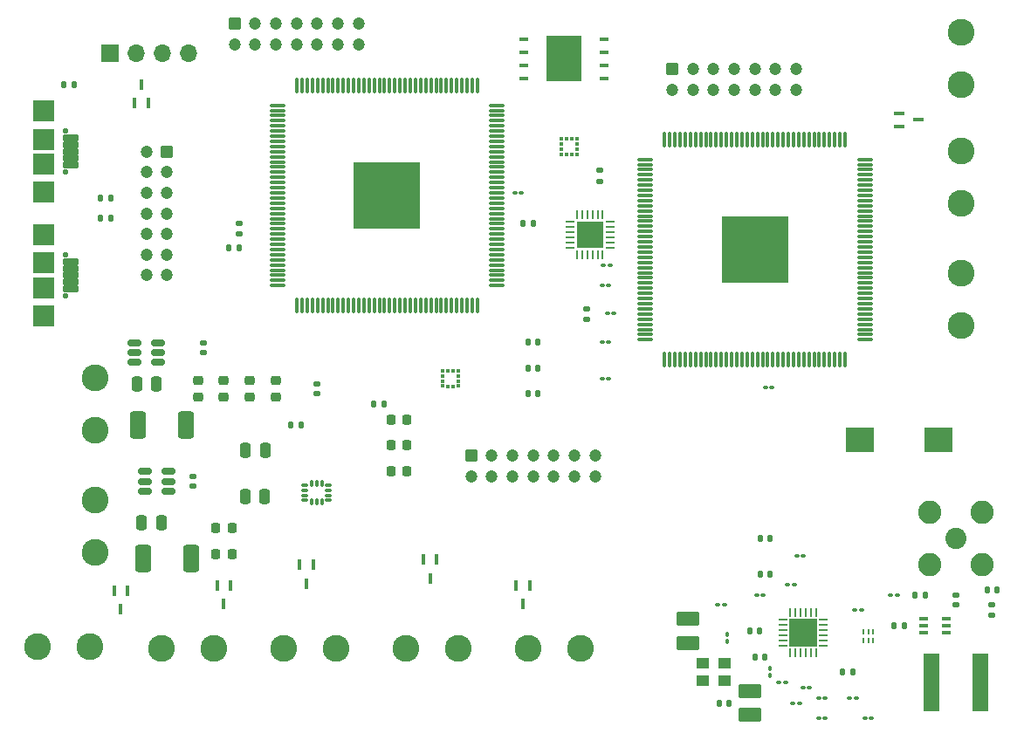
<source format=gbr>
%TF.GenerationSoftware,KiCad,Pcbnew,8.0.4*%
%TF.CreationDate,2025-02-19T16:48:10+05:30*%
%TF.ProjectId,test1,74657374-312e-46b6-9963-61645f706362,rev?*%
%TF.SameCoordinates,Original*%
%TF.FileFunction,Soldermask,Top*%
%TF.FilePolarity,Negative*%
%FSLAX46Y46*%
G04 Gerber Fmt 4.6, Leading zero omitted, Abs format (unit mm)*
G04 Created by KiCad (PCBNEW 8.0.4) date 2025-02-19 16:48:10*
%MOMM*%
%LPD*%
G01*
G04 APERTURE LIST*
G04 Aperture macros list*
%AMRoundRect*
0 Rectangle with rounded corners*
0 $1 Rounding radius*
0 $2 $3 $4 $5 $6 $7 $8 $9 X,Y pos of 4 corners*
0 Add a 4 corners polygon primitive as box body*
4,1,4,$2,$3,$4,$5,$6,$7,$8,$9,$2,$3,0*
0 Add four circle primitives for the rounded corners*
1,1,$1+$1,$2,$3*
1,1,$1+$1,$4,$5*
1,1,$1+$1,$6,$7*
1,1,$1+$1,$8,$9*
0 Add four rect primitives between the rounded corners*
20,1,$1+$1,$2,$3,$4,$5,0*
20,1,$1+$1,$4,$5,$6,$7,0*
20,1,$1+$1,$6,$7,$8,$9,0*
20,1,$1+$1,$8,$9,$2,$3,0*%
G04 Aperture macros list end*
%ADD10RoundRect,0.100000X-0.130000X-0.100000X0.130000X-0.100000X0.130000X0.100000X-0.130000X0.100000X0*%
%ADD11RoundRect,0.140000X0.140000X0.170000X-0.140000X0.170000X-0.140000X-0.170000X0.140000X-0.170000X0*%
%ADD12RoundRect,0.225000X-0.225000X-0.250000X0.225000X-0.250000X0.225000X0.250000X-0.225000X0.250000X0*%
%ADD13RoundRect,0.250000X-0.350000X-0.350000X0.350000X-0.350000X0.350000X0.350000X-0.350000X0.350000X0*%
%ADD14C,1.200000*%
%ADD15RoundRect,0.062500X-0.350000X-0.062500X0.350000X-0.062500X0.350000X0.062500X-0.350000X0.062500X0*%
%ADD16RoundRect,0.062500X-0.062500X-0.350000X0.062500X-0.350000X0.062500X0.350000X-0.062500X0.350000X0*%
%ADD17R,2.600000X2.600000*%
%ADD18RoundRect,0.140000X-0.170000X0.140000X-0.170000X-0.140000X0.170000X-0.140000X0.170000X0.140000X0*%
%ADD19RoundRect,0.135000X-0.185000X0.135000X-0.185000X-0.135000X0.185000X-0.135000X0.185000X0.135000X0*%
%ADD20R,2.700000X2.700000*%
%ADD21RoundRect,0.140000X-0.140000X-0.170000X0.140000X-0.170000X0.140000X0.170000X-0.140000X0.170000X0*%
%ADD22RoundRect,0.135000X-0.135000X-0.185000X0.135000X-0.185000X0.135000X0.185000X-0.135000X0.185000X0*%
%ADD23C,2.604000*%
%ADD24RoundRect,0.225000X0.250000X-0.225000X0.250000X0.225000X-0.250000X0.225000X-0.250000X-0.225000X0*%
%ADD25C,2.050000*%
%ADD26C,2.250000*%
%ADD27RoundRect,0.249999X-0.512501X-1.075001X0.512501X-1.075001X0.512501X1.075001X-0.512501X1.075001X0*%
%ADD28RoundRect,0.100000X-0.100000X0.130000X-0.100000X-0.130000X0.100000X-0.130000X0.100000X0.130000X0*%
%ADD29RoundRect,0.075000X-0.662500X-0.075000X0.662500X-0.075000X0.662500X0.075000X-0.662500X0.075000X0*%
%ADD30RoundRect,0.075000X-0.075000X-0.662500X0.075000X-0.662500X0.075000X0.662500X-0.075000X0.662500X0*%
%ADD31R,6.500000X6.500000*%
%ADD32RoundRect,0.135000X0.135000X0.185000X-0.135000X0.185000X-0.135000X-0.185000X0.135000X-0.185000X0*%
%ADD33RoundRect,0.087500X-0.225000X-0.087500X0.225000X-0.087500X0.225000X0.087500X-0.225000X0.087500X0*%
%ADD34RoundRect,0.087500X-0.087500X-0.225000X0.087500X-0.225000X0.087500X0.225000X-0.087500X0.225000X0*%
%ADD35R,0.914400X0.431800*%
%ADD36R,3.505200X4.394200*%
%ADD37R,0.457200X1.117600*%
%ADD38RoundRect,0.250001X-0.849999X0.462499X-0.849999X-0.462499X0.849999X-0.462499X0.849999X0.462499X0*%
%ADD39RoundRect,0.250000X-0.250000X-0.475000X0.250000X-0.475000X0.250000X0.475000X-0.250000X0.475000X0*%
%ADD40RoundRect,0.100000X0.130000X0.100000X-0.130000X0.100000X-0.130000X-0.100000X0.130000X-0.100000X0*%
%ADD41R,1.600200X5.689600*%
%ADD42R,1.700000X1.700000*%
%ADD43O,1.700000X1.700000*%
%ADD44RoundRect,0.250000X0.250000X0.475000X-0.250000X0.475000X-0.250000X-0.475000X0.250000X-0.475000X0*%
%ADD45RoundRect,0.150000X-0.512500X-0.150000X0.512500X-0.150000X0.512500X0.150000X-0.512500X0.150000X0*%
%ADD46R,1.117600X0.457200*%
%ADD47C,0.550000*%
%ADD48RoundRect,0.102000X-0.675000X0.200000X-0.675000X-0.200000X0.675000X-0.200000X0.675000X0.200000X0*%
%ADD49RoundRect,0.102000X-0.950000X0.950000X-0.950000X-0.950000X0.950000X-0.950000X0.950000X0.950000X0*%
%ADD50R,2.743200X2.387600*%
%ADD51RoundRect,0.140000X0.170000X-0.140000X0.170000X0.140000X-0.170000X0.140000X-0.170000X-0.140000X0*%
%ADD52R,0.375000X0.350000*%
%ADD53R,0.350000X0.375000*%
%ADD54R,1.300000X1.100000*%
%ADD55RoundRect,0.250000X-0.350000X0.350000X-0.350000X-0.350000X0.350000X-0.350000X0.350000X0.350000X0*%
%ADD56RoundRect,0.062500X0.062500X-0.162500X0.062500X0.162500X-0.062500X0.162500X-0.062500X-0.162500X0*%
%ADD57RoundRect,0.062500X-0.062500X0.162500X-0.062500X-0.162500X0.062500X-0.162500X0.062500X0.162500X0*%
%ADD58R,0.838200X0.355600*%
G04 APERTURE END LIST*
D10*
%TO.C,C32*%
X58179160Y41525000D03*
X58819160Y41525000D03*
%TD*%
%TO.C,C19*%
X83154160Y2250000D03*
X83794160Y2250000D03*
%TD*%
D11*
%TO.C,C12*%
X73934160Y19750000D03*
X72974160Y19750000D03*
%TD*%
D12*
%TO.C,C46*%
X37199160Y26230000D03*
X38749160Y26230000D03*
%TD*%
D13*
%TO.C,J18*%
X22024160Y69675000D03*
D14*
X22024160Y67675000D03*
X24024160Y69675000D03*
X24024160Y67675000D03*
X26024160Y69675000D03*
X26024160Y67675000D03*
X28024160Y69675000D03*
X28024160Y67675000D03*
X30024160Y69675000D03*
X30024160Y67675000D03*
X32024160Y69675000D03*
X32024160Y67675000D03*
X34024160Y69675000D03*
X34024160Y67675000D03*
%TD*%
D15*
%TO.C,U16*%
X54536660Y50450000D03*
X54536660Y49950000D03*
X54536660Y49450000D03*
X54536660Y48950000D03*
X54536660Y48450000D03*
X54536660Y47950000D03*
D16*
X55224160Y47262500D03*
X55724160Y47262500D03*
X56224160Y47262500D03*
X56724160Y47262500D03*
X57224160Y47262500D03*
X57724160Y47262500D03*
D15*
X58411660Y47950000D03*
X58411660Y48450000D03*
X58411660Y48950000D03*
X58411660Y49450000D03*
X58411660Y49950000D03*
X58411660Y50450000D03*
D16*
X57724160Y51137500D03*
X57224160Y51137500D03*
X56724160Y51137500D03*
X56224160Y51137500D03*
X55724160Y51137500D03*
X55224160Y51137500D03*
D17*
X56474160Y49200000D03*
%TD*%
D18*
%TO.C,C6*%
X18974160Y38730000D03*
X18974160Y37770000D03*
%TD*%
D19*
%TO.C,R5*%
X22474160Y50270000D03*
X22474160Y49250000D03*
%TD*%
D15*
%TO.C,U6*%
X75186660Y11825000D03*
X75186660Y11325000D03*
X75186660Y10825000D03*
X75186660Y10325000D03*
X75186660Y9825000D03*
X75186660Y9325000D03*
D16*
X75899160Y8612500D03*
X76399160Y8612500D03*
X76899160Y8612500D03*
X77399160Y8612500D03*
X77899160Y8612500D03*
X78399160Y8612500D03*
D15*
X79111660Y9325000D03*
X79111660Y9825000D03*
X79111660Y10325000D03*
X79111660Y10825000D03*
X79111660Y11325000D03*
X79111660Y11825000D03*
D16*
X78399160Y12537500D03*
X77899160Y12537500D03*
X77399160Y12537500D03*
X76899160Y12537500D03*
X76399160Y12537500D03*
X75899160Y12537500D03*
D20*
X77149160Y10575000D03*
%TD*%
D21*
%TO.C,C43*%
X50494160Y38750000D03*
X51454160Y38750000D03*
%TD*%
D22*
%TO.C,R4*%
X87964160Y14250000D03*
X88984160Y14250000D03*
%TD*%
D10*
%TO.C,C36*%
X49199160Y53250000D03*
X49839160Y53250000D03*
%TD*%
D23*
%TO.C,J17*%
X92474160Y52210000D03*
X92474160Y57290000D03*
%TD*%
D24*
%TO.C,C39*%
X23484160Y33475000D03*
X23484160Y35025000D03*
%TD*%
D25*
%TO.C,J1*%
X91974160Y19750000D03*
D26*
X89434160Y22290000D03*
X89434160Y17210000D03*
X94514160Y22290000D03*
X94514160Y17210000D03*
%TD*%
D23*
%TO.C,J10*%
X8474160Y35330000D03*
X8474160Y30250000D03*
%TD*%
D27*
%TO.C,L6*%
X13136660Y17750000D03*
X17811660Y17750000D03*
%TD*%
D23*
%TO.C,J3*%
X14909160Y9085000D03*
X19989160Y9085000D03*
%TD*%
D10*
%TO.C,C22*%
X85654160Y14250000D03*
X86294160Y14250000D03*
%TD*%
D21*
%TO.C,C2*%
X72514160Y8250000D03*
X73474160Y8250000D03*
%TD*%
D23*
%TO.C,J7*%
X50489160Y9085000D03*
X55569160Y9085000D03*
%TD*%
D12*
%TO.C,C42*%
X20199160Y18240000D03*
X21749160Y18240000D03*
%TD*%
D28*
%TO.C,C26*%
X69774160Y10370000D03*
X69774160Y9730000D03*
%TD*%
D22*
%TO.C,R7*%
X8964160Y50760000D03*
X9984160Y50760000D03*
%TD*%
D10*
%TO.C,C23*%
X75654160Y15250000D03*
X76294160Y15250000D03*
%TD*%
D29*
%TO.C,U1*%
X61811660Y56500000D03*
X61811660Y56000000D03*
X61811660Y55500000D03*
X61811660Y55000000D03*
X61811660Y54500000D03*
X61811660Y54000000D03*
X61811660Y53500000D03*
X61811660Y53000000D03*
X61811660Y52500000D03*
X61811660Y52000000D03*
X61811660Y51500000D03*
X61811660Y51000000D03*
X61811660Y50500000D03*
X61811660Y50000000D03*
X61811660Y49500000D03*
X61811660Y49000000D03*
X61811660Y48500000D03*
X61811660Y48000000D03*
X61811660Y47500000D03*
X61811660Y47000000D03*
X61811660Y46500000D03*
X61811660Y46000000D03*
X61811660Y45500000D03*
X61811660Y45000000D03*
X61811660Y44500000D03*
X61811660Y44000000D03*
X61811660Y43500000D03*
X61811660Y43000000D03*
X61811660Y42500000D03*
X61811660Y42000000D03*
X61811660Y41500000D03*
X61811660Y41000000D03*
X61811660Y40500000D03*
X61811660Y40000000D03*
X61811660Y39500000D03*
X61811660Y39000000D03*
D30*
X63724160Y37087500D03*
X64224160Y37087500D03*
X64724160Y37087500D03*
X65224160Y37087500D03*
X65724160Y37087500D03*
X66224160Y37087500D03*
X66724160Y37087500D03*
X67224160Y37087500D03*
X67724160Y37087500D03*
X68224160Y37087500D03*
X68724160Y37087500D03*
X69224160Y37087500D03*
X69724160Y37087500D03*
X70224160Y37087500D03*
X70724160Y37087500D03*
X71224160Y37087500D03*
X71724160Y37087500D03*
X72224160Y37087500D03*
X72724160Y37087500D03*
X73224160Y37087500D03*
X73724160Y37087500D03*
X74224160Y37087500D03*
X74724160Y37087500D03*
X75224160Y37087500D03*
X75724160Y37087500D03*
X76224160Y37087500D03*
X76724160Y37087500D03*
X77224160Y37087500D03*
X77724160Y37087500D03*
X78224160Y37087500D03*
X78724160Y37087500D03*
X79224160Y37087500D03*
X79724160Y37087500D03*
X80224160Y37087500D03*
X80724160Y37087500D03*
X81224160Y37087500D03*
D29*
X83136660Y39000000D03*
X83136660Y39500000D03*
X83136660Y40000000D03*
X83136660Y40500000D03*
X83136660Y41000000D03*
X83136660Y41500000D03*
X83136660Y42000000D03*
X83136660Y42500000D03*
X83136660Y43000000D03*
X83136660Y43500000D03*
X83136660Y44000000D03*
X83136660Y44500000D03*
X83136660Y45000000D03*
X83136660Y45500000D03*
X83136660Y46000000D03*
X83136660Y46500000D03*
X83136660Y47000000D03*
X83136660Y47500000D03*
X83136660Y48000000D03*
X83136660Y48500000D03*
X83136660Y49000000D03*
X83136660Y49500000D03*
X83136660Y50000000D03*
X83136660Y50500000D03*
X83136660Y51000000D03*
X83136660Y51500000D03*
X83136660Y52000000D03*
X83136660Y52500000D03*
X83136660Y53000000D03*
X83136660Y53500000D03*
X83136660Y54000000D03*
X83136660Y54500000D03*
X83136660Y55000000D03*
X83136660Y55500000D03*
X83136660Y56000000D03*
X83136660Y56500000D03*
D30*
X81224160Y58412500D03*
X80724160Y58412500D03*
X80224160Y58412500D03*
X79724160Y58412500D03*
X79224160Y58412500D03*
X78724160Y58412500D03*
X78224160Y58412500D03*
X77724160Y58412500D03*
X77224160Y58412500D03*
X76724160Y58412500D03*
X76224160Y58412500D03*
X75724160Y58412500D03*
X75224160Y58412500D03*
X74724160Y58412500D03*
X74224160Y58412500D03*
X73724160Y58412500D03*
X73224160Y58412500D03*
X72724160Y58412500D03*
X72224160Y58412500D03*
X71724160Y58412500D03*
X71224160Y58412500D03*
X70724160Y58412500D03*
X70224160Y58412500D03*
X69724160Y58412500D03*
X69224160Y58412500D03*
X68724160Y58412500D03*
X68224160Y58412500D03*
X67724160Y58412500D03*
X67224160Y58412500D03*
X66724160Y58412500D03*
X66224160Y58412500D03*
X65724160Y58412500D03*
X65224160Y58412500D03*
X64724160Y58412500D03*
X64224160Y58412500D03*
X63724160Y58412500D03*
D31*
X72474160Y47750000D03*
%TD*%
D11*
%TO.C,C8*%
X28454160Y30750000D03*
X27494160Y30750000D03*
%TD*%
D32*
%TO.C,R1*%
X36484160Y32750000D03*
X35464160Y32750000D03*
%TD*%
D33*
%TO.C,U2*%
X28811660Y24912500D03*
X28811660Y24412500D03*
X28811660Y23912500D03*
X28811660Y23412500D03*
D34*
X29474160Y23250000D03*
X29974160Y23250000D03*
X30474160Y23250000D03*
D33*
X31136660Y23412500D03*
X31136660Y23912500D03*
X31136660Y24412500D03*
X31136660Y24912500D03*
D34*
X30474160Y25075000D03*
X29974160Y25075000D03*
X29474160Y25075000D03*
%TD*%
D35*
%TO.C,U7*%
X57873060Y64345000D03*
X57873060Y65615000D03*
X57873060Y66885000D03*
X57873060Y68155000D03*
X50075260Y68155000D03*
X50075260Y66885000D03*
X50075260Y65615000D03*
X50075260Y64345000D03*
D36*
X53974160Y66250000D03*
%TD*%
D19*
%TO.C,R9*%
X56174160Y41960000D03*
X56174160Y40940000D03*
%TD*%
D37*
%TO.C,U11*%
X11624159Y14651700D03*
X10324161Y14651700D03*
X10974160Y12848300D03*
%TD*%
D24*
%TO.C,C4*%
X18464160Y33475000D03*
X18464160Y35025000D03*
%TD*%
D10*
%TO.C,C24*%
X76534160Y18050000D03*
X77174160Y18050000D03*
%TD*%
D38*
%TO.C,L5*%
X71974160Y4912500D03*
X71974160Y2587500D03*
%TD*%
D23*
%TO.C,J6*%
X38629160Y9085000D03*
X43709160Y9085000D03*
%TD*%
D39*
%TO.C,C5*%
X23074160Y28250000D03*
X24974160Y28250000D03*
%TD*%
D29*
%TO.C,U4*%
X26149160Y61750000D03*
X26149160Y61250000D03*
X26149160Y60750000D03*
X26149160Y60250000D03*
X26149160Y59750000D03*
X26149160Y59250000D03*
X26149160Y58750000D03*
X26149160Y58250000D03*
X26149160Y57750000D03*
X26149160Y57250000D03*
X26149160Y56750000D03*
X26149160Y56250000D03*
X26149160Y55750000D03*
X26149160Y55250000D03*
X26149160Y54750000D03*
X26149160Y54250000D03*
X26149160Y53750000D03*
X26149160Y53250000D03*
X26149160Y52750000D03*
X26149160Y52250000D03*
X26149160Y51750000D03*
X26149160Y51250000D03*
X26149160Y50750000D03*
X26149160Y50250000D03*
X26149160Y49750000D03*
X26149160Y49250000D03*
X26149160Y48750000D03*
X26149160Y48250000D03*
X26149160Y47750000D03*
X26149160Y47250000D03*
X26149160Y46750000D03*
X26149160Y46250000D03*
X26149160Y45750000D03*
X26149160Y45250000D03*
X26149160Y44750000D03*
X26149160Y44250000D03*
D30*
X28061660Y42337500D03*
X28561660Y42337500D03*
X29061660Y42337500D03*
X29561660Y42337500D03*
X30061660Y42337500D03*
X30561660Y42337500D03*
X31061660Y42337500D03*
X31561660Y42337500D03*
X32061660Y42337500D03*
X32561660Y42337500D03*
X33061660Y42337500D03*
X33561660Y42337500D03*
X34061660Y42337500D03*
X34561660Y42337500D03*
X35061660Y42337500D03*
X35561660Y42337500D03*
X36061660Y42337500D03*
X36561660Y42337500D03*
X37061660Y42337500D03*
X37561660Y42337500D03*
X38061660Y42337500D03*
X38561660Y42337500D03*
X39061660Y42337500D03*
X39561660Y42337500D03*
X40061660Y42337500D03*
X40561660Y42337500D03*
X41061660Y42337500D03*
X41561660Y42337500D03*
X42061660Y42337500D03*
X42561660Y42337500D03*
X43061660Y42337500D03*
X43561660Y42337500D03*
X44061660Y42337500D03*
X44561660Y42337500D03*
X45061660Y42337500D03*
X45561660Y42337500D03*
D29*
X47474160Y44250000D03*
X47474160Y44750000D03*
X47474160Y45250000D03*
X47474160Y45750000D03*
X47474160Y46250000D03*
X47474160Y46750000D03*
X47474160Y47250000D03*
X47474160Y47750000D03*
X47474160Y48250000D03*
X47474160Y48750000D03*
X47474160Y49250000D03*
X47474160Y49750000D03*
X47474160Y50250000D03*
X47474160Y50750000D03*
X47474160Y51250000D03*
X47474160Y51750000D03*
X47474160Y52250000D03*
X47474160Y52750000D03*
X47474160Y53250000D03*
X47474160Y53750000D03*
X47474160Y54250000D03*
X47474160Y54750000D03*
X47474160Y55250000D03*
X47474160Y55750000D03*
X47474160Y56250000D03*
X47474160Y56750000D03*
X47474160Y57250000D03*
X47474160Y57750000D03*
X47474160Y58250000D03*
X47474160Y58750000D03*
X47474160Y59250000D03*
X47474160Y59750000D03*
X47474160Y60250000D03*
X47474160Y60750000D03*
X47474160Y61250000D03*
X47474160Y61750000D03*
D30*
X45561660Y63662500D03*
X45061660Y63662500D03*
X44561660Y63662500D03*
X44061660Y63662500D03*
X43561660Y63662500D03*
X43061660Y63662500D03*
X42561660Y63662500D03*
X42061660Y63662500D03*
X41561660Y63662500D03*
X41061660Y63662500D03*
X40561660Y63662500D03*
X40061660Y63662500D03*
X39561660Y63662500D03*
X39061660Y63662500D03*
X38561660Y63662500D03*
X38061660Y63662500D03*
X37561660Y63662500D03*
X37061660Y63662500D03*
X36561660Y63662500D03*
X36061660Y63662500D03*
X35561660Y63662500D03*
X35061660Y63662500D03*
X34561660Y63662500D03*
X34061660Y63662500D03*
X33561660Y63662500D03*
X33061660Y63662500D03*
X32561660Y63662500D03*
X32061660Y63662500D03*
X31561660Y63662500D03*
X31061660Y63662500D03*
X30561660Y63662500D03*
X30061660Y63662500D03*
X29561660Y63662500D03*
X29061660Y63662500D03*
X28561660Y63662500D03*
X28061660Y63662500D03*
D31*
X36811660Y53000000D03*
%TD*%
D23*
%TO.C,J11*%
X8474160Y23470000D03*
X8474160Y18390000D03*
%TD*%
%TO.C,J4*%
X2934160Y9250000D03*
X8014160Y9250000D03*
%TD*%
D40*
%TO.C,C13*%
X73294160Y14250000D03*
X72654160Y14250000D03*
%TD*%
D22*
%TO.C,R2*%
X49964160Y50250000D03*
X50984160Y50250000D03*
%TD*%
D41*
%TO.C,L2*%
X89624660Y5750000D03*
X94323660Y5750000D03*
%TD*%
D42*
%TO.C,J9*%
X9956345Y66803655D03*
D43*
X12496345Y66803655D03*
X15036345Y66803655D03*
X17576345Y66803655D03*
%TD*%
D21*
%TO.C,C30*%
X80994160Y6750000D03*
X81954160Y6750000D03*
%TD*%
D10*
%TO.C,C49*%
X77154160Y5250000D03*
X77794160Y5250000D03*
%TD*%
D44*
%TO.C,C28*%
X24924160Y23750000D03*
X23024160Y23750000D03*
%TD*%
D23*
%TO.C,J8*%
X92474160Y63710000D03*
X92474160Y68790000D03*
%TD*%
D37*
%TO.C,U13*%
X41624159Y17651700D03*
X40324161Y17651700D03*
X40974160Y15848300D03*
%TD*%
D11*
%TO.C,C11*%
X95954160Y14750000D03*
X94994160Y14750000D03*
%TD*%
D21*
%TO.C,C25*%
X71994160Y10750000D03*
X72954160Y10750000D03*
%TD*%
D10*
%TO.C,C34*%
X57654160Y35250000D03*
X58294160Y35250000D03*
%TD*%
D24*
%TO.C,C40*%
X25994160Y33475000D03*
X25994160Y35025000D03*
%TD*%
D12*
%TO.C,C45*%
X37199160Y28740000D03*
X38749160Y28740000D03*
%TD*%
D45*
%TO.C,U18*%
X13336660Y26200000D03*
X13336660Y25250000D03*
X13336660Y24300000D03*
X15611660Y24300000D03*
X15611660Y25250000D03*
X15611660Y26200000D03*
%TD*%
D10*
%TO.C,C15*%
X73499160Y34340000D03*
X74139160Y34340000D03*
%TD*%
D46*
%TO.C,U15*%
X86505760Y60984999D03*
X86505760Y59685001D03*
X88309160Y60335000D03*
%TD*%
D19*
%TO.C,R3*%
X95474160Y13260000D03*
X95474160Y12240000D03*
%TD*%
D47*
%TO.C,J12*%
X5624160Y59250000D03*
X5624160Y55250000D03*
D48*
X6149160Y58550000D03*
X6149160Y57900000D03*
X6149160Y57250000D03*
X6149160Y56600000D03*
X6149160Y55950000D03*
D49*
X3474160Y61200000D03*
X3474160Y58450000D03*
X3474160Y56050000D03*
X3474160Y53300000D03*
%TD*%
D22*
%TO.C,R10*%
X5464160Y63750000D03*
X6484160Y63750000D03*
%TD*%
D50*
%TO.C,L3*%
X90302560Y29250000D03*
X82645760Y29250000D03*
%TD*%
D12*
%TO.C,C41*%
X20199160Y20750000D03*
X21749160Y20750000D03*
%TD*%
D22*
%TO.C,R11*%
X21439160Y47950000D03*
X22459160Y47950000D03*
%TD*%
D38*
%TO.C,L4*%
X65974160Y11912500D03*
X65974160Y9587500D03*
%TD*%
D21*
%TO.C,C1*%
X69954160Y3750000D03*
X68994160Y3750000D03*
%TD*%
D37*
%TO.C,U14*%
X50624159Y15151700D03*
X49324161Y15151700D03*
X49974160Y13348300D03*
%TD*%
D11*
%TO.C,C10*%
X86954160Y11250000D03*
X85994160Y11250000D03*
%TD*%
%TO.C,C14*%
X73934160Y16250000D03*
X72974160Y16250000D03*
%TD*%
D28*
%TO.C,C16*%
X73974160Y7070000D03*
X73974160Y6430000D03*
%TD*%
D37*
%TO.C,U9*%
X21624159Y15151700D03*
X20324161Y15151700D03*
X20974160Y13348300D03*
%TD*%
D39*
%TO.C,C3*%
X13024160Y21250000D03*
X14924160Y21250000D03*
%TD*%
D18*
%TO.C,C38*%
X17994160Y25730000D03*
X17994160Y24770000D03*
%TD*%
D10*
%TO.C,C50*%
X57809160Y46250000D03*
X58449160Y46250000D03*
%TD*%
%TO.C,C20*%
X81654160Y4250000D03*
X82294160Y4250000D03*
%TD*%
D13*
%TO.C,J14*%
X64474160Y65250000D03*
D14*
X64474160Y63250000D03*
X66474160Y65250000D03*
X66474160Y63250000D03*
X68474160Y65250000D03*
X68474160Y63250000D03*
X70474160Y65250000D03*
X70474160Y63250000D03*
X72474160Y65250000D03*
X72474160Y63250000D03*
X74474160Y65250000D03*
X74474160Y63250000D03*
X76474160Y65250000D03*
X76474160Y63250000D03*
%TD*%
D40*
%TO.C,C17*%
X76794160Y3750000D03*
X76154160Y3750000D03*
%TD*%
D12*
%TO.C,C44*%
X37199160Y31250000D03*
X38749160Y31250000D03*
%TD*%
D21*
%TO.C,C27*%
X50494160Y36250000D03*
X51454160Y36250000D03*
%TD*%
D39*
%TO.C,C37*%
X12524160Y34750000D03*
X14424160Y34750000D03*
%TD*%
D10*
%TO.C,C47*%
X78654160Y4250000D03*
X79294160Y4250000D03*
%TD*%
D51*
%TO.C,C29*%
X29974160Y33790000D03*
X29974160Y34750000D03*
%TD*%
D23*
%TO.C,J5*%
X26769160Y9085000D03*
X31849160Y9085000D03*
%TD*%
D52*
%TO.C,U3*%
X53711660Y58500000D03*
X53711660Y58000000D03*
X53711660Y57500000D03*
X53711660Y57000000D03*
D53*
X54224160Y56987500D03*
X54724160Y56987500D03*
D52*
X55236660Y57000000D03*
X55236660Y57500000D03*
X55236660Y58000000D03*
X55236660Y58500000D03*
D53*
X54724160Y58512500D03*
X54224160Y58512500D03*
%TD*%
D27*
%TO.C,L1*%
X12636660Y30750000D03*
X17311660Y30750000D03*
%TD*%
D10*
%TO.C,C21*%
X82154160Y12750000D03*
X82794160Y12750000D03*
%TD*%
%TO.C,C31*%
X57654160Y44250000D03*
X58294160Y44250000D03*
%TD*%
D37*
%TO.C,U12*%
X29624159Y17151700D03*
X28324161Y17151700D03*
X28974160Y15348300D03*
%TD*%
D24*
%TO.C,C7*%
X20974160Y33475000D03*
X20974160Y35025000D03*
%TD*%
D40*
%TO.C,C18*%
X75449160Y5750000D03*
X74809160Y5750000D03*
%TD*%
D13*
%TO.C,J15*%
X44974160Y27750000D03*
D14*
X44974160Y25750000D03*
X46974160Y27750000D03*
X46974160Y25750000D03*
X48974160Y27750000D03*
X48974160Y25750000D03*
X50974160Y27750000D03*
X50974160Y25750000D03*
X52974160Y27750000D03*
X52974160Y25750000D03*
X54974160Y27750000D03*
X54974160Y25750000D03*
X56974160Y27750000D03*
X56974160Y25750000D03*
%TD*%
D10*
%TO.C,C51*%
X68904160Y13250000D03*
X69544160Y13250000D03*
%TD*%
D54*
%TO.C,X1*%
X67424160Y5925000D03*
X69524160Y5925000D03*
X69524160Y7575000D03*
X67424160Y7575000D03*
%TD*%
D21*
%TO.C,C35*%
X50494160Y33750000D03*
X51454160Y33750000D03*
%TD*%
D23*
%TO.C,J16*%
X92474160Y40350000D03*
X92474160Y45430000D03*
%TD*%
D10*
%TO.C,C48*%
X78654160Y2250000D03*
X79294160Y2250000D03*
%TD*%
D19*
%TO.C,R8*%
X57474160Y55410000D03*
X57474160Y54390000D03*
%TD*%
D47*
%TO.C,J2*%
X5624160Y47250000D03*
X5624160Y43250000D03*
D48*
X6149160Y46550000D03*
X6149160Y45900000D03*
X6149160Y45250000D03*
X6149160Y44600000D03*
X6149160Y43950000D03*
D49*
X3474160Y49200000D03*
X3474160Y46450000D03*
X3474160Y44050000D03*
X3474160Y41300000D03*
%TD*%
D10*
%TO.C,C33*%
X57654160Y38750000D03*
X58294160Y38750000D03*
%TD*%
D37*
%TO.C,U17*%
X12324161Y61946600D03*
X13624159Y61946600D03*
X12974160Y63750000D03*
%TD*%
D51*
%TO.C,C9*%
X91974160Y13270000D03*
X91974160Y14230000D03*
%TD*%
D52*
%TO.C,U5*%
X42211660Y36000000D03*
X42211660Y35500000D03*
X42211660Y35000000D03*
X42211660Y34500000D03*
D53*
X42724160Y34487500D03*
X43224160Y34487500D03*
D52*
X43736660Y34500000D03*
X43736660Y35000000D03*
X43736660Y35500000D03*
X43736660Y36000000D03*
D53*
X43224160Y36012500D03*
X42724160Y36012500D03*
%TD*%
D22*
%TO.C,R6*%
X8964160Y52750000D03*
X9984160Y52750000D03*
%TD*%
D45*
%TO.C,U8*%
X12336660Y38700000D03*
X12336660Y37750000D03*
X12336660Y36800000D03*
X14611660Y36800000D03*
X14611660Y37750000D03*
X14611660Y38700000D03*
%TD*%
D55*
%TO.C,J13*%
X15474160Y57250000D03*
D14*
X13474160Y57250000D03*
X15474160Y55250000D03*
X13474160Y55250000D03*
X15474160Y53250000D03*
X13474160Y53250000D03*
X15474160Y51250000D03*
X13474160Y51250000D03*
X15474160Y49250000D03*
X13474160Y49250000D03*
X15474160Y47250000D03*
X13474160Y47250000D03*
X15474160Y45250000D03*
X13474160Y45250000D03*
%TD*%
D56*
%TO.C,FL1*%
X83974160Y10660000D03*
D57*
X83474160Y10660000D03*
X82974160Y10660000D03*
X82974160Y9840000D03*
X83474160Y9840000D03*
X83974160Y9840000D03*
%TD*%
D58*
%TO.C,U10*%
X88881960Y11910400D03*
X88881960Y11250000D03*
X88881960Y10589600D03*
X91066360Y10589600D03*
X91066360Y11250000D03*
X91066360Y11910400D03*
%TD*%
M02*

</source>
